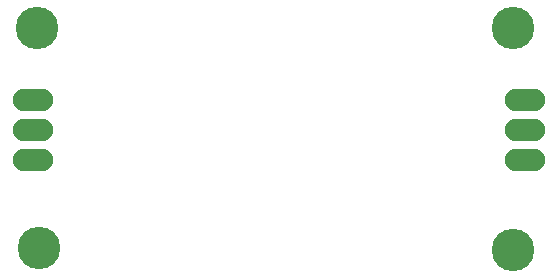
<source format=gbr>
G04 #@! TF.FileFunction,Soldermask,Bot*
%FSLAX46Y46*%
G04 Gerber Fmt 4.6, Leading zero omitted, Abs format (unit mm)*
G04 Created by KiCad (PCBNEW 4.0.5) date Saturday, 18. February 2017 'u33' 22:33:09*
%MOMM*%
%LPD*%
G01*
G04 APERTURE LIST*
%ADD10C,0.100000*%
%ADD11O,3.410000X1.910000*%
%ADD12C,3.600000*%
G04 APERTURE END LIST*
D10*
D11*
X58600000Y-29800000D03*
X58600000Y-27260000D03*
X58600000Y-24720000D03*
X17000000Y-24700000D03*
X17000000Y-27240000D03*
X17000000Y-29780000D03*
D12*
X57600000Y-18600000D03*
X17300000Y-18600000D03*
X17500000Y-37200000D03*
X57600000Y-37400000D03*
M02*

</source>
